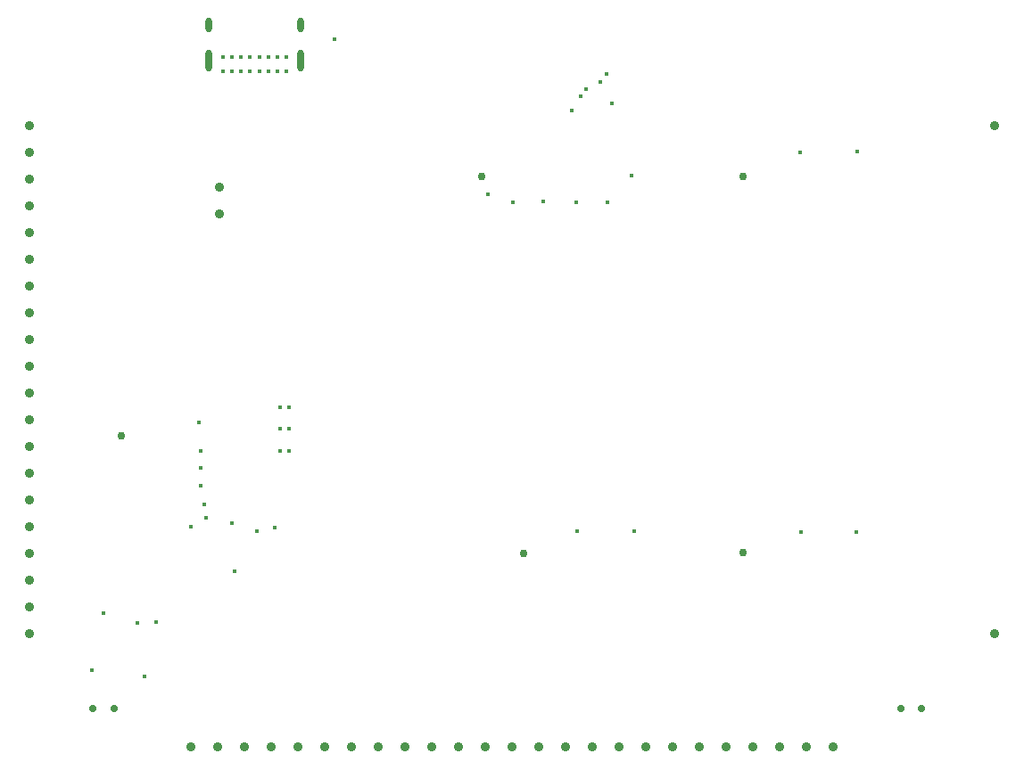
<source format=gbr>
%TF.GenerationSoftware,Altium Limited,Altium Designer,22.7.1 (60)*%
G04 Layer_Color=0*
%FSLAX45Y45*%
%MOMM*%
%TF.SameCoordinates,3BEA7849-7BF4-4C83-8F54-36563B6BDC8B*%
%TF.FilePolarity,Positive*%
%TF.FileFunction,Plated,1,2,PTH,Drill*%
%TF.Part,Single*%
G01*
G75*
%TA.AperFunction,ComponentDrill*%
%ADD67C,0.70000*%
%ADD68C,0.40000*%
%ADD69O,0.60000X2.10000*%
%ADD70O,0.60000X1.40000*%
%ADD71C,0.90000*%
%ADD72C,0.90000*%
%TA.AperFunction,OtherDrill,Pad Free-15 (94.259mm,15.353mm)*%
%ADD73C,0.90000*%
%TA.AperFunction,OtherDrill,Pad Free-15 (94.259mm,63.613mm)*%
%ADD74C,0.90000*%
%TA.AperFunction,ViaDrill,NotFilled*%
%ADD75C,0.38100*%
%ADD76C,0.76200*%
D67*
X865509Y824091D02*
D03*
X1065509D02*
D03*
X8731229D02*
D03*
X8531229D02*
D03*
D68*
X2102100Y7009600D02*
D03*
X2187101D02*
D03*
X2272100D02*
D03*
X2357100D02*
D03*
X2442101D02*
D03*
X2527101D02*
D03*
X2612100D02*
D03*
X2697101D02*
D03*
Y6874600D02*
D03*
X2612100D02*
D03*
X2527101D02*
D03*
X2442101D02*
D03*
X2357100D02*
D03*
X2272100D02*
D03*
X2187101D02*
D03*
X2102100D02*
D03*
D69*
X2832101Y6972600D02*
D03*
X1967100D02*
D03*
D70*
X2832101Y7310600D02*
D03*
X1967100D02*
D03*
D71*
X259000Y6361300D02*
D03*
Y6107300D02*
D03*
Y5853300D02*
D03*
Y5599300D02*
D03*
Y5345300D02*
D03*
Y5091300D02*
D03*
Y4837300D02*
D03*
Y4583300D02*
D03*
Y4329300D02*
D03*
Y4075300D02*
D03*
Y3821300D02*
D03*
Y3567300D02*
D03*
Y3313300D02*
D03*
Y3059300D02*
D03*
Y2805300D02*
D03*
Y2551300D02*
D03*
Y2297300D02*
D03*
Y2043300D02*
D03*
Y1789300D02*
D03*
Y1535300D02*
D03*
X2061718Y5514848D02*
D03*
Y5768848D02*
D03*
D72*
X1794430Y455000D02*
D03*
X2048430D02*
D03*
X2302430D02*
D03*
X2556430D02*
D03*
X2810430D02*
D03*
X3064430D02*
D03*
X3318430D02*
D03*
X3572430D02*
D03*
X3826430D02*
D03*
X4080430D02*
D03*
X4334430D02*
D03*
X4588430D02*
D03*
X4842430D02*
D03*
X5096430D02*
D03*
X5350430D02*
D03*
X5604430D02*
D03*
X5858430D02*
D03*
X6112430D02*
D03*
X6366430D02*
D03*
X6620430D02*
D03*
X6874430D02*
D03*
X7128430D02*
D03*
X7382430D02*
D03*
X7636430D02*
D03*
X7890430D02*
D03*
D73*
X9425860Y1535300D02*
D03*
D74*
Y6361300D02*
D03*
D75*
X8116113Y6109665D02*
D03*
X7580630Y6103214D02*
D03*
X8109661Y2496769D02*
D03*
X7587082D02*
D03*
X6006440Y2503221D02*
D03*
X5464505D02*
D03*
X5140006Y5638470D02*
D03*
X4852096Y5631175D02*
D03*
X5452096Y5631180D02*
D03*
X5752096D02*
D03*
X5412892Y6503213D02*
D03*
X5980633Y5883859D02*
D03*
X4612894Y5703214D02*
D03*
X2587092Y2535479D02*
D03*
X2180641Y2580640D02*
D03*
X2206447Y2122576D02*
D03*
X1883867Y2935478D02*
D03*
X1793545Y2548382D02*
D03*
X1883867Y3109671D02*
D03*
Y3264510D02*
D03*
X1941932Y2632253D02*
D03*
X1870964Y3535477D02*
D03*
X961288Y1729029D02*
D03*
X1354836Y1122578D02*
D03*
X851611Y1187094D02*
D03*
X1290320Y1632255D02*
D03*
X5677408Y6774180D02*
D03*
X5742305Y6849491D02*
D03*
X5541924Y6703212D02*
D03*
X5490312Y6632245D02*
D03*
X1922577Y2761285D02*
D03*
X5793537Y6567729D02*
D03*
X1464513Y1638706D02*
D03*
X2645156Y3477412D02*
D03*
X2729027Y3270961D02*
D03*
Y3477412D02*
D03*
Y3677412D02*
D03*
X2638704D02*
D03*
Y3270961D02*
D03*
X2419350Y2503221D02*
D03*
X3161284Y7174179D02*
D03*
D76*
X4554830Y5877408D02*
D03*
X1135482Y3412896D02*
D03*
X7038696Y2303221D02*
D03*
Y5870956D02*
D03*
X4954829Y2296770D02*
D03*
%TF.MD5,7b807431fa67976274cee7775d1de3eb*%
M02*

</source>
